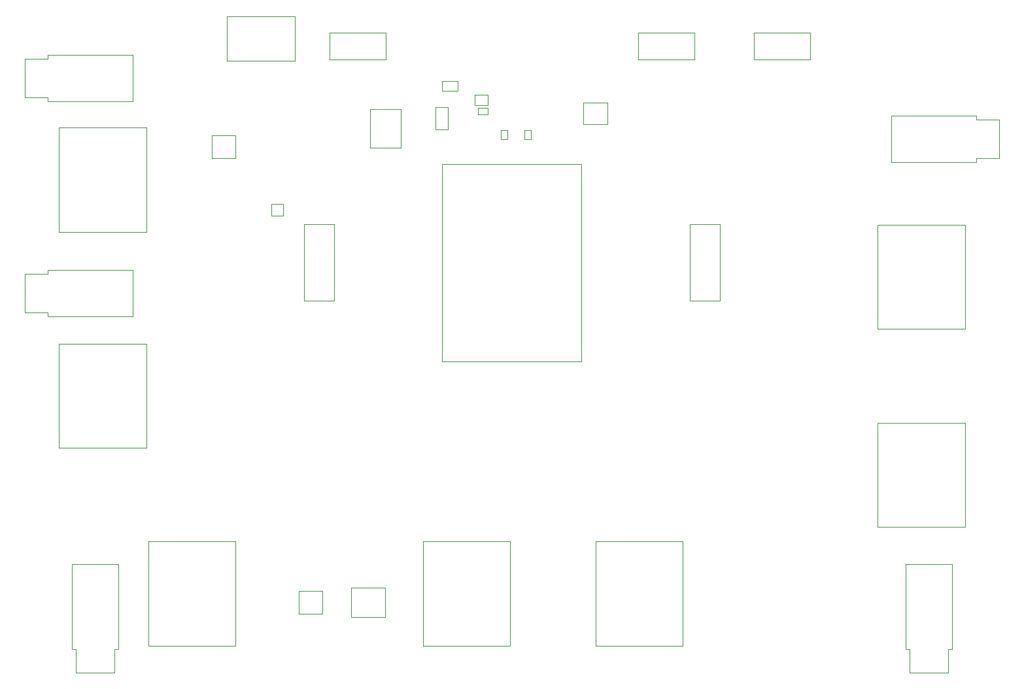
<source format=gbr>
%TF.GenerationSoftware,KiCad,Pcbnew,9.0.3*%
%TF.CreationDate,2025-08-10T03:43:02+02:00*%
%TF.ProjectId,Spikeling_v3.0,5370696b-656c-4696-9e67-5f76332e302e,rev?*%
%TF.SameCoordinates,Original*%
%TF.FileFunction,Other,User*%
%FSLAX46Y46*%
G04 Gerber Fmt 4.6, Leading zero omitted, Abs format (unit mm)*
G04 Created by KiCad (PCBNEW 9.0.3) date 2025-08-10 03:43:02*
%MOMM*%
%LPD*%
G01*
G04 APERTURE LIST*
%ADD10C,0.051000*%
G04 APERTURE END LIST*
D10*
%TO.C,U7*%
X130375000Y-73950000D02*
X128875000Y-73950000D01*
X130375000Y-72450000D02*
X130375000Y-73950000D01*
X128875000Y-73950000D02*
X128875000Y-72450000D01*
X128875000Y-72450000D02*
X130375000Y-72450000D01*
%TO.C,SW5*%
X131877000Y-53912034D02*
X123123000Y-53912034D01*
X131877000Y-48158034D02*
X131877000Y-53912034D01*
X123123000Y-53912034D02*
X123123000Y-48158034D01*
X123123000Y-48158034D02*
X131877000Y-48158034D01*
%TO.C,VR2*%
X148470000Y-116150000D02*
X159770000Y-116150000D01*
X148470000Y-129627000D02*
X148470000Y-116150000D01*
X159770000Y-116150000D02*
X159770000Y-129627000D01*
X159770000Y-129627000D02*
X148470000Y-129627000D01*
%TO.C,U3*%
X133050000Y-75050000D02*
X136950000Y-75050000D01*
X133050000Y-84950000D02*
X133050000Y-75050000D01*
X136950000Y-75050000D02*
X136950000Y-84950000D01*
X136950000Y-84950000D02*
X133050000Y-84950000D01*
%TO.C,J4*%
X96900000Y-81500000D02*
X99900000Y-81500000D01*
X96900000Y-86500000D02*
X96900000Y-81500000D01*
X99900000Y-81000000D02*
X110900000Y-81000000D01*
X99900000Y-81500000D02*
X99900000Y-81000000D01*
X99900000Y-86500000D02*
X96900000Y-86500000D01*
X99900000Y-87000000D02*
X99900000Y-86500000D01*
X110900000Y-81000000D02*
X110900000Y-87000000D01*
X110900000Y-87000000D02*
X99900000Y-87000000D01*
%TO.C,J5*%
X211000000Y-119100000D02*
X217000000Y-119100000D01*
X211000000Y-130100000D02*
X211000000Y-119100000D01*
X211500000Y-130100000D02*
X211000000Y-130100000D01*
X211500000Y-133100000D02*
X211500000Y-130100000D01*
X216500000Y-130100000D02*
X216500000Y-133100000D01*
X216500000Y-133100000D02*
X211500000Y-133100000D01*
X217000000Y-119100000D02*
X217000000Y-130100000D01*
X217000000Y-130100000D02*
X216500000Y-130100000D01*
%TO.C,U6*%
X150125000Y-59875000D02*
X151725000Y-59875000D01*
X150125000Y-62775000D02*
X150125000Y-59875000D01*
X151725000Y-59875000D02*
X151725000Y-62775000D01*
X151725000Y-62775000D02*
X150125000Y-62775000D01*
%TO.C,U1*%
X150950000Y-67301000D02*
X168950000Y-67301000D01*
X150950000Y-92801000D02*
X150950000Y-67301000D01*
X168950000Y-67301000D02*
X168950000Y-92801000D01*
X168950000Y-92801000D02*
X150950000Y-92801000D01*
%TO.C,VR1*%
X112900000Y-116150000D02*
X124200000Y-116150000D01*
X112900000Y-129627000D02*
X112900000Y-116150000D01*
X124200000Y-116150000D02*
X124200000Y-129627000D01*
X124200000Y-129627000D02*
X112900000Y-129627000D01*
%TO.C,D7*%
X169200000Y-59275000D02*
X172400000Y-59275000D01*
X169200000Y-62075000D02*
X169200000Y-59275000D01*
X172400000Y-59275000D02*
X172400000Y-62075000D01*
X172400000Y-62075000D02*
X169200000Y-62075000D01*
%TO.C,VR5*%
X207350000Y-100750000D02*
X218650000Y-100750000D01*
X207350000Y-114227000D02*
X207350000Y-100750000D01*
X218650000Y-100750000D02*
X218650000Y-114227000D01*
X218650000Y-114227000D02*
X207350000Y-114227000D01*
%TO.C,Q2*%
X141600000Y-60150000D02*
X145600000Y-60150000D01*
X141600000Y-65150000D02*
X141600000Y-60150000D01*
X145600000Y-60150000D02*
X145600000Y-65150000D01*
X145600000Y-65150000D02*
X141600000Y-65150000D01*
%TO.C,U5*%
X132450000Y-122525000D02*
X135450000Y-122525000D01*
X132450000Y-125525000D02*
X132450000Y-122525000D01*
X135450000Y-122525000D02*
X135450000Y-125525000D01*
X135450000Y-125525000D02*
X132450000Y-125525000D01*
%TO.C,J6*%
X209100000Y-61000000D02*
X220100000Y-61000000D01*
X209100000Y-67000000D02*
X209100000Y-61000000D01*
X220100000Y-61000000D02*
X220100000Y-61500000D01*
X220100000Y-61500000D02*
X223100000Y-61500000D01*
X220100000Y-66500000D02*
X220100000Y-67000000D01*
X220100000Y-67000000D02*
X209100000Y-67000000D01*
X223100000Y-61500000D02*
X223100000Y-66500000D01*
X223100000Y-66500000D02*
X220100000Y-66500000D01*
%TO.C,J3*%
X96900000Y-53600000D02*
X99900000Y-53600000D01*
X96900000Y-58600000D02*
X96900000Y-53600000D01*
X99900000Y-53100000D02*
X110900000Y-53100000D01*
X99900000Y-53600000D02*
X99900000Y-53100000D01*
X99900000Y-58600000D02*
X96900000Y-58600000D01*
X99900000Y-59100000D02*
X99900000Y-58600000D01*
X110900000Y-53100000D02*
X110900000Y-59100000D01*
X110900000Y-59100000D02*
X99900000Y-59100000D01*
%TO.C,SW3*%
X176350000Y-50250000D02*
X183650000Y-50250000D01*
X176350000Y-53750000D02*
X176350000Y-50250000D01*
X183650000Y-50250000D02*
X183650000Y-53750000D01*
X183650000Y-53750000D02*
X176350000Y-53750000D01*
%TO.C,SW2*%
X136350000Y-50250000D02*
X143650000Y-50250000D01*
X136350000Y-53750000D02*
X136350000Y-50250000D01*
X143650000Y-50250000D02*
X143650000Y-53750000D01*
X143650000Y-53750000D02*
X136350000Y-53750000D01*
%TO.C,D2*%
X158600000Y-62875000D02*
X159400000Y-62875000D01*
X158600000Y-64075000D02*
X158600000Y-62875000D01*
X159400000Y-62875000D02*
X159400000Y-64075000D01*
X159400000Y-64075000D02*
X158600000Y-64075000D01*
%TO.C,D6*%
X139150000Y-122100000D02*
X143550000Y-122100000D01*
X139150000Y-125950000D02*
X139150000Y-122100000D01*
X143550000Y-122100000D02*
X143550000Y-125950000D01*
X143550000Y-125950000D02*
X139150000Y-125950000D01*
%TO.C,D4*%
X155650000Y-60000000D02*
X156850000Y-60000000D01*
X155650000Y-60800000D02*
X155650000Y-60000000D01*
X156850000Y-60000000D02*
X156850000Y-60800000D01*
X156850000Y-60800000D02*
X155650000Y-60800000D01*
%TO.C,VR6*%
X101350000Y-62550000D02*
X112650000Y-62550000D01*
X101350000Y-76027000D02*
X101350000Y-62550000D01*
X112650000Y-62550000D02*
X112650000Y-76027000D01*
X112650000Y-76027000D02*
X101350000Y-76027000D01*
%TO.C,VR4*%
X207350000Y-75122000D02*
X218650000Y-75122000D01*
X207350000Y-88599000D02*
X207350000Y-75122000D01*
X218650000Y-75122000D02*
X218650000Y-88599000D01*
X218650000Y-88599000D02*
X207350000Y-88599000D01*
%TO.C,L1*%
X150984000Y-56512500D02*
X152984000Y-56512500D01*
X150984000Y-57787500D02*
X150984000Y-56512500D01*
X152984000Y-56512500D02*
X152984000Y-57787500D01*
X152984000Y-57787500D02*
X150984000Y-57787500D01*
%TO.C,U4*%
X183050000Y-75050000D02*
X186950000Y-75050000D01*
X183050000Y-84950000D02*
X183050000Y-75050000D01*
X186950000Y-75050000D02*
X186950000Y-84950000D01*
X186950000Y-84950000D02*
X183050000Y-84950000D01*
%TO.C,VR3*%
X170850000Y-116150000D02*
X182150000Y-116150000D01*
X170850000Y-129627000D02*
X170850000Y-116150000D01*
X182150000Y-116150000D02*
X182150000Y-129627000D01*
X182150000Y-129627000D02*
X170850000Y-129627000D01*
%TO.C,SW4*%
X191350000Y-50250000D02*
X198650000Y-50250000D01*
X191350000Y-53750000D02*
X191350000Y-50250000D01*
X198650000Y-50250000D02*
X198650000Y-53750000D01*
X198650000Y-53750000D02*
X191350000Y-53750000D01*
%TO.C,U8*%
X121175000Y-63505000D02*
X124175000Y-63505000D01*
X121175000Y-66505000D02*
X121175000Y-63505000D01*
X124175000Y-63505000D02*
X124175000Y-66505000D01*
X124175000Y-66505000D02*
X121175000Y-66505000D01*
%TO.C,VR7*%
X101350000Y-90550000D02*
X112650000Y-90550000D01*
X101350000Y-104027000D02*
X101350000Y-90550000D01*
X112650000Y-90550000D02*
X112650000Y-104027000D01*
X112650000Y-104027000D02*
X101350000Y-104027000D01*
%TO.C,D1*%
X155150000Y-58325000D02*
X156850000Y-58325000D01*
X155150000Y-59625000D02*
X155150000Y-58325000D01*
X156850000Y-58325000D02*
X156850000Y-59625000D01*
X156850000Y-59625000D02*
X155150000Y-59625000D01*
%TO.C,D3*%
X161625000Y-62850000D02*
X162425000Y-62850000D01*
X161625000Y-64050000D02*
X161625000Y-62850000D01*
X162425000Y-62850000D02*
X162425000Y-64050000D01*
X162425000Y-64050000D02*
X161625000Y-64050000D01*
%TO.C,J2*%
X103000000Y-119100000D02*
X109000000Y-119100000D01*
X103000000Y-130100000D02*
X103000000Y-119100000D01*
X103500000Y-130100000D02*
X103000000Y-130100000D01*
X103500000Y-133100000D02*
X103500000Y-130100000D01*
X108500000Y-130100000D02*
X108500000Y-133100000D01*
X108500000Y-133100000D02*
X103500000Y-133100000D01*
X109000000Y-119100000D02*
X109000000Y-130100000D01*
X109000000Y-130100000D02*
X108500000Y-130100000D01*
%TD*%
M02*

</source>
